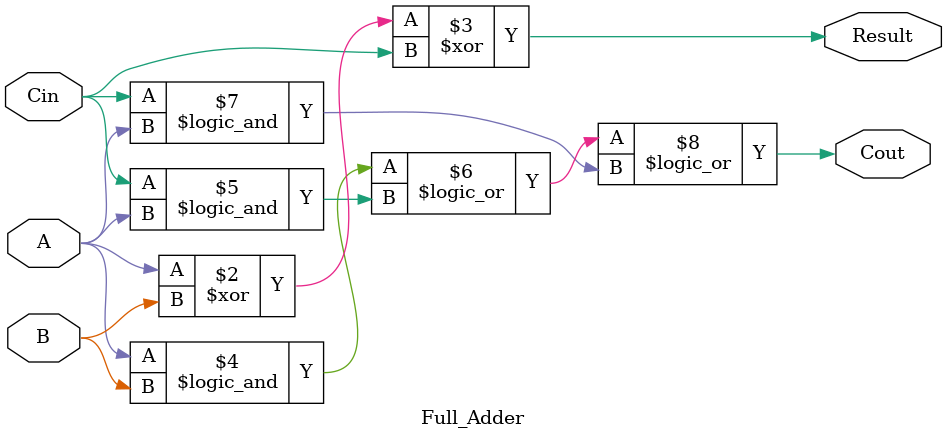
<source format=sv>
module Full_Adder(
    input A,
    input B,
    input Cin,
    output Result,
    output Cout
);
always @(A,B,Cin) begin
    Result = A ^ B ^ Cin;
    Cout = (A && B) || (Cin && A) || (Cin && A);
end
endmodule
</source>
